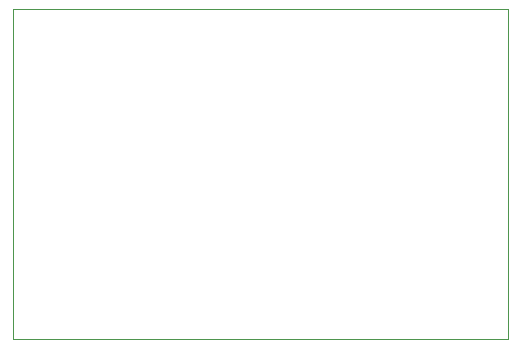
<source format=gbr>
%TF.GenerationSoftware,KiCad,Pcbnew,(6.0.6-0)*%
%TF.CreationDate,2023-01-24T02:47:05+09:00*%
%TF.ProjectId,AD1868I2S,41443138-3638-4493-9253-2e6b69636164,rev?*%
%TF.SameCoordinates,Original*%
%TF.FileFunction,Profile,NP*%
%FSLAX46Y46*%
G04 Gerber Fmt 4.6, Leading zero omitted, Abs format (unit mm)*
G04 Created by KiCad (PCBNEW (6.0.6-0)) date 2023-01-24 02:47:05*
%MOMM*%
%LPD*%
G01*
G04 APERTURE LIST*
%TA.AperFunction,Profile*%
%ADD10C,0.100000*%
%TD*%
G04 APERTURE END LIST*
D10*
X111760000Y-85725000D02*
X111760000Y-113665000D01*
X69850000Y-113665000D02*
X69850000Y-85725000D01*
X69850000Y-85725000D02*
X111760000Y-85725000D01*
X111760000Y-113665000D02*
X69850000Y-113665000D01*
M02*

</source>
